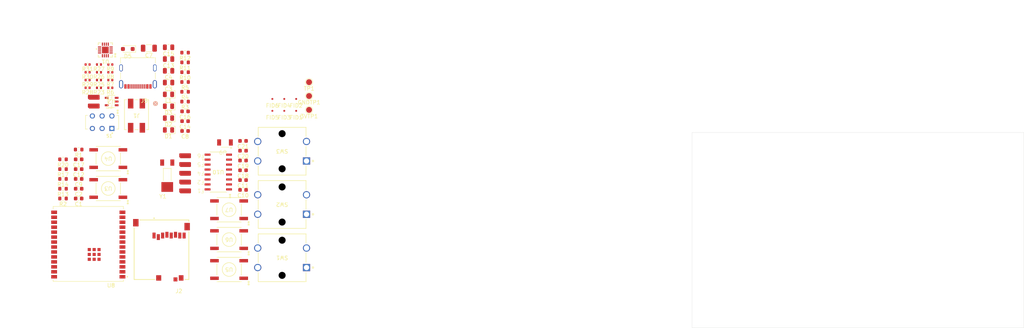
<source format=kicad_pcb>
(kicad_pcb (version 20241229) (generator "pcbnew") (generator_version "9.0")
  (layers (0 "F.Cu" signal) (2 "B.Cu" signal) (13 "F.Paste" user) (15 "B.Paste" user) (5 "F.SilkS" user "F.Silkscreen") (7 "B.SilkS" user "B.Silkscreen") (1 "F.Mask" user) (3 "B.Mask" user) (25 "Edge.Cuts" user))
  (net 0 "")
  (net 1 "3V3")
  (net 2 "MCU_EN")
  (net 3 "GND")
  (net 4 "Vsys")
  (net 5 "IO9")
  (net 6 "GPIO2")
  (net 7 "GPIO3")
  (net 8 "Net-(C12-Pad1)")
  (net 9 "Vbat")
  (net 10 "Vbus")
  (net 11 "/PWR/POWER_EN")
  (net 12 "Net-(C17-Pad1)")
  (net 13 "GPIO4")
  (net 14 "GPIO5")
  (net 15 "GPIO6")
  (net 16 "GPIO7")
  (net 17 "Net-(D1-A)")
  (net 18 "Net-(D2-A)")
  (net 19 "IO_CHG")
  (net 20 "Net-(D3-K)")
  (net 21 "Net-(D3-A)")
  (net 22 "SDA")
  (net 23 "SCL")
  (net 24 "Net-(F7-GOLDFINGER)")
  (net 25 "Net-(F8-GOLDFINGER)")
  (net 26 "Net-(J5-CC1_B)")
  (net 27 "D_N")
  (net 28 "Net-(J5-CC1_A)")
  (net 29 "D_P")
  (net 30 "Net-(U2-LX)")
  (net 31 "Net-(U8-IO8)")
  (net 32 "/PWR/TMR_CHR")
  (net 33 "/PWR/ISET_CHR")
  (net 34 "/PWR/TS_CHR")
  (net 35 "/PWR/ILIM_CHR")
  (net 36 "XTAL_P")
  (net 37 "XTAL_N")
  (net 38 "/PWR/TD_CHR")
  (net 39 "/PWR/EN1_CHR")
  (net 40 "/PWR/EN2_CHR")
  (net 41 "/PWR/CE_CHR")
  (net 44 "SCK")
  (net 46 "CS_SD")
  (net 47 "MOSI")
  (net 50 "MISO")
  (net 51 "CardDetect_SD")
  (footprint "Capacitor_SMD:C_0603_1608Metric" (layer "F.Cu") (at -70.615 55.175 180)
    (property "Reference" "C17" (at 0 -1.43 0) (layer "F.SilkS"))
    (property "Value" "12pF")
    (pad "1" smd roundrect (at -0.775 0 180) (size 0.9 0.95) (layers "F.Cu" "F.Mask" "F.Paste") (net 12 "Net-(C17-Pad1)"))
    (pad "2" smd roundrect (at 0.775 0 180) (size 0.9 0.95) (layers "F.Cu" "F.Mask" "F.Paste") (net 3 "GND"))
  )
  (footprint "Resistor_SMD:R_0402_1005Metric" (layer "F.Cu") (at -68.325 30.885 180)
    (property "Reference" "R31" (at 0 -1.17 0) (layer "F.SilkS"))
    (property "Value" "0R")
    (pad "1" smd roundrect (at -0.51 0 180) (size 0.54 0.64) (layers "F.Cu" "F.Mask" "F.Paste") (net 3 "GND"))
    (pad "2" smd roundrect (at 0.51 0 180) (size 0.54 0.64) (layers "F.Cu" "F.Mask" "F.Paste") (net 41 "/PWR/CE_CHR"))
  )
  (footprint "LED_SMD:LED_0805_2012Metric" (layer "F.Cu") (at -47.605 47.65 180)
    (property "Reference" "D1" (at 0 -1.65 0) (layer "F.SilkS"))
    (property "Value" "LED")
    (pad "1" smd roundrect (at -0.9375 0 180) (size 0.975 1.4) (layers "F.Cu" "F.Mask" "F.Paste") (net 3 "GND"))
    (pad "2" smd roundrect (at 0.9375 0 180) (size 0.975 1.4) (layers "F.Cu" "F.Mask" "F.Paste") (net 17 "Net-(D1-A)"))
  )
  (footprint "CommonLib_HORUS:GOLD_FINGERS" (layer "F.Cu") (at -43.35 58.755 180)
    (property "Reference" "F4" (at -4 0 180) (layer "F.SilkS") (effects (font (thickness 0.1))))
    (property "Value" "~")
    (pad "1" smd roundrect (at 0 0 180) (size 3 1.25) (property pad_prop_bga) (layers "F.Cu" "F.Mask" "F.Paste") (roundrect_rratio 0.15) (chamfer_ratio 0.25) (chamfer top_right) (net 19 "IO_CHG"))
  )
  (footprint "Capacitor_SMD:C_0603_1608Metric" (layer "F.Cu") (at -28.505 57.985 180)
    (property "Reference" "C18" (at 0 -1.43 0) (layer "F.SilkS"))
    (property "Value" "0.1uF")
    (pad "1" smd roundrect (at -0.775 0 180) (size 0.9 0.95) (layers "F.Cu" "F.Mask" "F.Paste") (net 13 "GPIO4"))
    (pad "2" smd roundrect (at 0.775 0 180) (size 0.9 0.95) (layers "F.Cu" "F.Mask" "F.Paste") (net 3 "GND"))
  )
  (footprint "Library:XTAL_MS1V-T1K-32.768KHZ-12.5PF-20PPM-TA-QC" (layer "F.Cu") (at -47.925 59.555 180)
    (property "Reference" "Y1" (at 1.125 -5.135 0) (layer "F.SilkS"))
    (property "Value" "MS1V-T1K-32.768KHZ-12.5PF-20PPM-TA-QC")
    (pad "1" smd rect (at -1.3 3.55 180) (size 1 1.6) (layers "F.Cu" "F.Mask" "F.Paste") (net 8 "Net-(C12-Pad1)"))
    (pad "2" smd rect (at 1.3 3.55 180) (size 1 1.6) (layers "F.Cu" "F.Mask" "F.Paste") (net 12 "Net-(C17-Pad1)"))
    (pad "S1" smd rect (at 0 -2.7 180) (size 3 2.5) (layers "F.Cu" "F.Mask" "F.Paste"))
  )
  (footprint "Library:CONN2_2059-302&slash_998-403_WAG" (layer "F.Cu") (at -55.800002 43.736657 180)
    (property "Reference" "J1" (at 0 -0.253144 180) (layer "F.SilkS"))
    (property "Value" "2060-1452/998-404")
    (pad "1" smd rect (at -1.500001 2.846855 180) (size 1.397 2.5) (layers "F.Cu" "F.Mask" "F.Paste") (net 3 "GND"))
    (pad "2" smd rect (at -1.500001 -3.353143 180) (size 1.397 2.5) (layers "F.Cu" "F.Mask" "F.Paste") (net 3 "GND"))
    (pad "3" smd rect (at 1.499998 2.846855 180) (size 1.397 2.5) (layers "F.Cu" "F.Mask" "F.Paste") (net 9 "Vbat"))
    (pad "4" smd rect (at 1.499998 -3.353143 180) (size 1.397 2.5) (layers "F.Cu" "F.Mask" "F.Paste") (net 9 "Vbat"))
  )
  (footprint "LED_SMD:LED_0805_2012Metric" (layer "F.Cu") (at -47.605 41.57 180)
    (property "Reference" "D3" (at 0 -1.65 0) (layer "F.SilkS"))
    (property "Value" "LED")
    (pad "1" smd roundrect (at -0.9375 0 180) (size 0.975 1.4) (layers "F.Cu" "F.Mask" "F.Paste") (net 20 "Net-(D3-K)"))
    (pad "2" smd roundrect (at 0.9375 0 180) (size 0.975 1.4) (layers "F.Cu" "F.Mask" "F.Paste") (net 21 "Net-(D3-A)"))
  )
  (footprint "Library:SWITCH_45SK43SMTR92LFS" (layer "F.Cu") (at -32.08 75.7378 180)
    (property "Reference" "U6" (at 0 0 180) (layer "F.SilkS"))
    (property "Value" "PTS645SK43SMTR92LFS")
    (fp_text user "*" (at -5 -3.5 0) (layer "F.SilkS"))
    (fp_text user "*" (at -5 -3.5 180) (layer "F.SilkS"))
    (pad "1" smd rect (at -3.7465 -2.250001 180) (size 2.2098 0.8636) (layers "F.Cu" "F.Mask" "F.Paste") (net 15 "GPIO6"))
    (pad "2" smd rect (at 3.7465 -2.250001 180) (size 2.2098 0.8636) (layers "F.Cu" "F.Mask" "F.Paste") (net 15 "GPIO6"))
    (pad "3" smd rect (at -3.7465 2.250001 180) (size 2.2098 0.8636) (layers "F.Cu" "F.Mask" "F.Paste") (net 3 "GND"))
    (pad "4" smd rect (at 3.7465 2.250001 180) (size 2.2098 0.8636) (layers "F.Cu" "F.Mask" "F.Paste") (net 3 "GND"))
  )
  (footprint "Capacitor_SMD:C_0805_2012Metric" (layer "F.Cu") (at -47.585 29.485 180)
    (property "Reference" "C13" (at 0 -1.68 0) (layer "F.SilkS"))
    (property "Value" "4.7uF")
    (pad "1" smd roundrect (at -0.95 0 180) (size 1 1.45) (layers "F.Cu" "F.Mask" "F.Paste") (net 9 "Vbat"))
    (pad "2" smd roundrect (at 0.95 0 180) (size 1 1.45) (layers "F.Cu" "F.Mask" "F.Paste") (net 3 "GND"))
  )
  (footprint "Resistor_SMD:R_0402_1005Metric" (layer "F.Cu") (at -65.415 30.885 180)
    (property "Reference" "R27" (at 0 -1.17 0) (layer "F.SilkS"))
    (property "Value" "0R")
    (pad "1" smd roundrect (at -0.51 0 180) (size 0.54 0.64) (layers "F.Cu" "F.Mask" "F.Paste") (net 3 "GND"))
    (pad "2" smd roundrect (at 0.51 0 180) (size 0.54 0.64) (layers "F.Cu" "F.Mask" "F.Paste") (net 39 "/PWR/EN1_CHR"))
  )
  (footprint "Resistor_SMD:R_0603_1608Metric" (layer "F.Cu") (at -43.355 35.365 180)
    (property "Reference" "R5" (at 0 -1.43 0) (layer "F.SilkS"))
    (property "Value" "1k")
    (pad "1" smd roundrect (at -0.825 0 180) (size 0.8 0.95) (layers "F.Cu" "F.Mask" "F.Paste") (net 4 "Vsys"))
    (pad "2" smd roundrect (at 0.825 0 180) (size 0.8 0.95) (layers "F.Cu" "F.Mask" "F.Paste") (net 21 "Net-(D3-A)"))
  )
  (footprint "Resistor_SMD:R_0603_1608Metric" (layer "F.Cu") (at -74.625 60.195 180)
    (property "Reference" "R14" (at 0 -1.43 0) (layer "F.SilkS"))
    (property "Value" "0R")
    (pad "1" smd roundrect (at -0.825 0 180) (size 0.8 0.95) (layers "F.Cu" "F.Mask" "F.Paste") (net 36 "XTAL_P"))
    (pad "2" smd roundrect (at 0.825 0 180) (size 0.8 0.95) (layers "F.Cu" "F.Mask" "F.Paste") (net 8 "Net-(C12-Pad1)"))
  )
  (footprint "Resistor_SMD:R_0402_1005Metric" (layer "F.Cu") (at -62.505 34.865 180)
    (property "Reference" "R7" (at 0 -1.17 0) (layer "F.SilkS"))
    (property "Value" "4.35k")
    (pad "1" smd roundrect (at -0.51 0 180) (size 0.54 0.64) (layers "F.Cu" "F.Mask" "F.Paste") (net 33 "/PWR/ISET_CHR"))
    (pad "2" smd roundrect (at 0.51 0 180) (size 0.54 0.64) (layers "F.Cu" "F.Mask" "F.Paste") (net 3 "GND"))
  )
  (footprint "TestPoint:TestPoint_Pad_D1.5mm" (layer "F.Cu") (at -11.595 38.955 180)
    (property "Reference" "GNDTP1" (at 0 -1.648 0) (layer "F.SilkS"))
    (property "Value" "TP")
    (pad "1" smd circle (at 0 0 180) (size 1.5 1.5) (layers "F.Cu" "F.Mask") (net 3 "GND"))
  )
  (footprint "Capacitor_SMD:C_0805_2012Metric" (layer "F.Cu") (at -47.585 26.475 180)
    (property "Reference" "C15" (at 0 -1.68 0) (layer "F.SilkS"))
    (property "Value" "4.7uF")
    (pad "1" smd roundrect (at -0.95 0 180) (size 1 1.45) (layers "F.Cu" "F.Mask" "F.Paste") (net 4 "Vsys"))
    (pad "2" smd roundrect (at 0.95 0 180) (size 1 1.45) (layers "F.Cu" "F.Mask" "F.Paste") (net 3 "GND"))
  )
  (footprint "Fiducial:Fiducial_0.5mm_Mask1.5mm" (layer "F.Cu") (at -20.995 39.705 180)
    (property "Reference" "FID6" (at 0 -1.7 0) (layer "F.SilkS"))
    (property "Value" "Fiducial")
    (pad "" smd circle (at 0 0 180) (size 0.5 0.5) (layers "F.Cu" "F.Mask") (clearance 0.6))
  )
  (footprint "LED_SMD:LED_0805_2012Metric" (layer "F.Cu") (at -47.605 38.53 180)
    (property "Reference" "L1" (at 0 -1.65 0) (layer "F.SilkS"))
    (property "Value" "4.7uH")
    (pad "1" smd roundrect (at -0.9375 0 180) (size 0.975 1.4) (layers "F.Cu" "F.Mask" "F.Paste") (net 30 "Net-(U2-LX)"))
    (pad "2" smd roundrect (at 0.9375 0 180) (size 0.975 1.4) (layers "F.Cu" "F.Mask" "F.Paste") (net 1 "3V3"))
  )
  (footprint "Resistor_SMD:R_0402_1005Metric" (layer "F.Cu") (at -65.415 32.875 180)
    (property "Reference" "R26" (at 0 -1.17 0) (layer "F.SilkS"))
    (property "Value" "0R")
    (pad "1" smd roundrect (at -0.51 0 180) (size 0.54 0.64) (layers "F.Cu" "F.Mask" "F.Paste") (net 39 "/PWR/EN1_CHR"))
    (pad "2" smd roundrect (at 0.51 0 180) (size 0.54 0.64) (layers "F.Cu" "F.Mask" "F.Paste") (net 4 "Vsys"))
  )
  (footprint "Resistor_SMD:R_0603_1608Metric" (layer "F.Cu") (at -70.615 52.665 180)
    (property "Reference" "R1" (at 0 -1.43 0) (layer "F.SilkS"))
    (property "Value" "10k")
    (pad "1" smd roundrect (at -0.825 0 180) (size 0.8 0.95) (layers "F.Cu" "F.Mask" "F.Paste") (net 2 "MCU_EN"))
    (pad "2" smd roundrect (at 0.825 0 180) (size 0.8 0.95) (layers "F.Cu" "F.Mask" "F.Paste") (net 1 "3V3"))
  )
  (footprint "Library:2425754-1_TEC" (layer "F.Cu") (at -12.2488 69.2462 180)
    (property "Reference" "SW2" (at 6.25 2.5 180) (layer "F.SilkS"))
    (property "Value" "2425754-1")
    (pad "" np_thru_hole circle (at 6.25 -2 180) (size 1.8034 1.8034) (drill 1.8034) (layers))
    (pad "" np_thru_hole circle (at 6.25 7 180) (size 1.8034 1.8034) (drill 1.8034) (layers))
    (pad "1" thru_hole rect (at 0 0 180) (size 1.8542 1.8542) (drill 1.3462) (layers "*.Cu" "*.Mask") (net 7 "GPIO3"))
    (pad "2" thru_hole circle (at 0 5 180) (size 1.8542 1.8542) (drill 1.3462) (layers "*.Cu" "*.Mask") (net 3 "GND"))
    (pad "3" thru_hole circle (at 12.5 5 180) (size 1.8542 1.8542) (drill 1.3462) (layers "*.Cu" "*.Mask") (net 3 "GND"))
    (pad "4" thru_hole circle (at 12.5 0 180) (size 1.8542 1.8542) (drill 1.3462) (layers "*.Cu" "*.Mask") (net 7 "GPIO3"))
  )
  (footprint "Capacitor_SMD:C_0603_1608Metric" (layer "F.Cu") (at -70.615 57.685 180)
    (property "Reference" "C12" (at 0 -1.43 0) (layer "F.SilkS"))
    (property "Value" "12pF")
    (pad "1" smd roundrect (at -0.775 0 180) (size 0.9 0.95) (layers "F.Cu" "F.Mask" "F.Paste") (net 8 "Net-(C12-Pad1)"))
    (pad "2" smd roundrect (at 0.775 0 180) (size 0.9 0.95) (layers "F.Cu" "F.Mask" "F.Paste") (net 3 "GND"))
  )
  (footprint "Capacitor_SMD:C_0603_1608Metric" (layer "F.Cu") (at -43.355 45.405 180)
    (property "Reference" "C14" (at 0 -1.43 0) (layer "F.SilkS"))
    (property "Value" "1uF")
    (pad "1" smd roundrect (at -0.775 0 180) (size 0.9 0.95) (layers "F.Cu" "F.Mask" "F.Paste") (net 10 "Vbus"))
    (pad "2" smd roundrect (at 0.775 0 180) (size 0.9 0.95) (layers "F.Cu" "F.Mask" "F.Paste") (net 3 "GND"))
  )
  (footprint "Resistor_SMD:R_0603_1608Metric" (layer "F.Cu") (at -43.355 32.855 180)
    (property "Reference" "R10" (at 0 -1.43 0) (layer "F.SilkS"))
    (property "Value" "100k")
    (pad "1" smd roundrect (at -0.825 0 180) (size 0.8 0.95) (layers "F.Cu" "F.Mask" "F.Paste") (net 11 "/PWR/POWER_EN"))
    (pad "2" smd roundrect (at 0.825 0 180) (size 0.8 0.95) (layers "F.Cu" "F.Mask" "F.Paste") (net 3 "GND"))
  )
  (footprint "Resistor_SMD:R_0402_1005Metric" (layer "F.Cu") (at -68.325 32.875 180)
    (property "Reference" "R30" (at 0 -1.17 0) (layer "F.SilkS"))
    (property "Value" "0R")
    (pad "1" smd roundrect (at -0.51 0 180) (size 0.54 0.64) (layers "F.Cu" "F.Mask" "F.Paste") (net 41 "/PWR/CE_CHR"))
    (pad "2" smd roundrect (at 0.51 0 180) (size 0.54 0.64) (layers "F.Cu" "F.Mask" "F.Paste") (net 4 "Vsys"))
  )
  (footprint "Resistor_SMD:R_0402_1005Metric" (layer "F.Cu") (at -62.505 36.855 180)
    (property "Reference" "R6" (at 0 -1.17 0) (layer "F.SilkS"))
    (property "Value" "0R")
    (pad "1" smd roundrect (at -0.51 0 180) (size 0.54 0.64) (layers "F.Cu" "F.Mask" "F.Paste") (net 32 "/PWR/TMR_CHR"))
    (pad "2" smd roundrect (at 0.51 0 180) (size 0.54 0.64) (layers "F.Cu" "F.Mask" "F.Paste") (net 3 "GND"))
  )
  (footprint "TestPoint:TestPoint_Pad_D1.5mm" (layer "F.Cu") (at -11.595 42.505 180)
    (property "Reference" "3VTP1" (at 0 -1.648 0) (layer "F.SilkS"))
    (property "Value" "TP")
    (pad "1" smd circle (at 0 0 180) (size 1.5 1.5) (layers "F.Cu" "F.Mask") (net 1 "3V3"))
  )
  (footprint "Resistor_SMD:R_0402_1005Metric" (layer "F.Cu") (at -62.505 30.885 180)
    (property "Reference" "R9" (at 0 -1.17 0) (layer "F.SilkS"))
    (property "Value" "0R")
    (pad "1" smd roundrect (at -0.51 0 180) (size 0.54 0.64) (layers "F.Cu" "F.Mask" "F.Paste") (net 35 "/PWR/ILIM_CHR"))
    (pad "2" smd roundrect (at 0.51 0 180) (size 0.54 0.64) (layers "F.Cu" "F.Mask" "F.Paste") (net 3 "GND"))
  )
  (footprint "Capacitor_SMD:C_0805_2012Metric" (layer "F.Cu") (at -47.585 32.495 180)
    (property "Reference" "C4" (at 0 -1.68 0) (layer "F.SilkS"))
    (property "Value" "4.7uF")
    (pad "1" smd roundrect (at -0.95 0 180) (size 1 1.45) (layers "F.Cu" "F.Mask" "F.Paste") (net 1 "3V3"))
    (pad "2" smd roundrect (at 0.95 0 180) (size 1 1.45) (layers "F.Cu" "F.Mask" "F.Paste") (net 3 "GND"))
  )
  (footprint "TestPoint:TestPoint_Pad_D1.5mm" (layer "F.Cu") (at -11.595 35.405 180)
    (property "Reference" "TP1" (at 0 -1.648 0) (layer "F.SilkS"))
    (property "Value" "TestPoint")
    (pad "1" smd circle (at 0 0 180) (size 1.5 1.5) (layers "F.Cu" "F.Mask"))
  )
  (footprint "Capacitor_SMD:C_0805_2012Metric" (layer "F.Cu") (at -47.585 35.505 180)
    (property "Reference" "C3" (at 0 -1.68 0) (layer "F.SilkS"))
    (property "Value" "4.7uF")
    (pad "1" smd roundrect (at -0.95 0 180) (size 1 1.45) (layers "F.Cu" "F.Mask" "F.Paste") (net 4 "Vsys"))
    (pad "2" smd roundrect (at 0.95 0 180) (size 1 1.45) (layers "F.Cu" "F.Mask" "F.Paste") (net 3 "GND"))
  )
  (footprint "Library:XCVR_ESP32-C6-WROOM-1U-N4" (layer "F.Cu") (at -68.15 76.845 180)
    (property "Reference" "U8" (at -5.825 -10.635 0) (layer "F.SilkS"))
    (property "Value" "ESP32-C6-WROOM-1U-N4")
    (pad "1" smd rect (at -8.75 -8.41 180) (size 1.5 0.9) (layers "F.Cu" "F.Mask" "F.Paste") (net 3 "GND"))
    (pad "2" smd rect (at -8.75 -7.14 180) (size 1.5 0.9) (layers "F.Cu" "F.Mask" "F.Paste") (net 1 "3V3"))
    (pad "3" smd rect (at -8.75 -5.87 180) (size 1.5 0.9) (layers "F.Cu" "F.Mask" "F.Paste") (net 2 "MCU_EN"))
    (pad "4" smd rect (at -8.75 -4.6 180) (size 1.5 0.9) (layers "F.Cu" "F.Mask" "F.Paste") (net 13 "GPIO4"))
    (pad "5" smd rect (at -8.75 -3.33 180) (size 1.5 0.9) (layers "F.Cu" "F.Mask" "F.Paste") (net 14 "GPIO5"))
    (pad "6" smd rect (at -8.75 -2.06 180) (size 1.5 0.9) (layers "F.Cu" "F.Mask" "F.Paste") (net 15 "GPIO6"))
    (pad "7" smd rect (at -8.75 -0.79 180) (size 1.5 0.9) (layers "F.Cu" "F.Mask" "F.Paste") (net 16 "GPIO7"))
    (pad "8" smd rect (at -8.75 0.48 180) (size 1.5 0.9) (layers "F.Cu" "F.Mask" "F.Paste") (net 37 "XTAL_N"))
    (pad "9" smd rect (at -8.75 1.75 180) (size 1.5 0.9) (layers "F.Cu" "F.Mask" "F.Paste") (net 36 "XTAL_P"))
    (pad "10" smd rect (at -8.75 3.02 180) (size 1.5 0.9) (layers "F.Cu" "F.Mask" "F.Paste") (net 31 "Net-(U8-IO8)"))
    (pad "11" smd rect (at -8.75 4.29 180) (size 1.5 0.9) (layers "F.Cu" "F.Mask" "F.Paste") (net 44 "SCK"))
    (pad "12" smd rect (at -8.75 5.56 180) (size 1.5 0.9) (layers "F.Cu" "F.Mask" "F.Paste"))
    (pad "13" smd rect (at -8.75 6.83 180) (size 1.5 0.9) (layers "F.Cu" "F.Mask" "F.Paste") (net 27 "D_N"))
    (pad "14" smd rect (at -8.75 8.1 180) (size 1.5 0.9) (layers "F.Cu" "F.Mask" "F.Paste") (net 29 "D_P"))
    (pad "15" smd rect (at 8.75 8.1 180) (size 1.5 0.9) (layers "F.Cu" "F.Mask" "F.Paste") (net 5 "IO9"))
    (pad "16" smd rect (at 8.75 6.83 180) (size 1.5 0.9) (layers "F.Cu" "F.Mask" "F.Paste") (net 50 "MISO"))
    (pad "17" smd rect (at 8.75 5.56 180) (size 1.5 0.9) (layers "F.Cu" "F.Mask" "F.Paste") (net 47 "MOSI"))
    (pad "18" smd rect (at 8.75 4.29 180) (size 1.5 0.9) (layers "F.Cu" "F.Mask" "F.Paste"))
    (pad "19" smd rect (at 8.75 3.02 180) (size 1.5 0.9) (layers "F.Cu" "F.Mask" "F.Paste") (net 51 "CardDetect_SD"))
    (pad "20" smd rect (at 8.75 1.75 180) (size 1.5 0.9) (layers "F.Cu" "F.Mask" "F.Paste") (net 46 "CS_SD"))
    (pad "21" smd rect (at 8.75 0.48 180) (size 1.5 0.9) (layers "F.Cu" "F.Mask" "F.Paste") (net 19 "IO_CHG"))
    (pad "22" smd rect (at 8.75 -0.79 180) (size 1.5 0.9) (layers "F.Cu" "F.Mask" "F.Paste"))
    (pad "23" smd rect (at 8.75 -2.06 180) (size 1.5 0.9) (layers "F.Cu" "F.Mask" "F.Paste"))
    (pad "24" smd rect (at 8.75 -3.33 180) (size 1.5 0.9) (layers "F.Cu" "F.Mask" "F.Paste") (net 22 "SDA"))
    (pad "25" smd rect (at 8.75 -4.6 180) (size 1.5 0.9) (layers "F.Cu" "F.Mask" "F.Paste") (net 23 "SCL"))
    (pad "26" smd rect (at 8.75 -5.87 180) (size 1.5 0.9) (layers "F.Cu" "F.Mask" "F.Paste") (net 7 "GPIO3"))
    (pad "27" smd rect (at 8.75 -7.14 180) (size 1.5 0.9) (layers "F.Cu" "F.Mask" "F.Paste") (net 6 "GPIO2"))
    (pad "28" smd rect (at 8.75 -8.41 180) (size 1.5 0.9) (layers "F.Cu" "F.Mask" "F.Paste") (net 3 "GND"))
    (pad "29_1" smd rect (at -2.755 -3.94 180) (size 0.8 0.8) (layers "F.Cu" "F.Mask" "F.Paste") (net 3 "GND"))
    (pad "29_2" smd rect (at -1.505 -3.94 180) (size 0.8 0.8) (layers "F.Cu" "F.Mask" "F.Paste") (net 3 "GND"))
    (pad "29_3" smd rect (at -0.255 -3.94 180) (size 0.8 0.8) (layers "F.Cu" "F.Mask" "F.Paste") (net 3 "GND"))
    (pad "29_4" smd rect (at -2.755 -2.69 180) (size 0.8 0.8) (layers "F.Cu" "F.Mask" "F.Paste") (net 3 "GND"))
    (pad "29_5" smd rect (at -1.505 -2.69 180) (size 0.8 0.8) (layers "F.Cu" "F.Mask" "F.Paste") (net 3 "GND"))
    (pad "29_6" smd rect (at -0.255 -2.69 180) (size 0.8 0.8) (layers "F.Cu" "F.Mask" "F.Paste") (net 3 "GND"))
    (pad "29_7" smd rect (at -2.755 -1.44 180) (size 0.8 0.8) (layers "F.Cu" "F.Mask" "F.Paste") (net 3 "GND"))
    (pad "29_8" smd rect (at -1.505 -1.44 180) (size 0.8 0.8) (layers "F.Cu" "F.Mask" "F.Paste") (net 3 "GND"))
    (pad "29_9" smd rect (at -0.255 -1.44 180) (size 0.8 0.8) (layers "F.Cu" "F.Mask" "F.Paste") (net 3 "GND"))
  )
  (footprint "Resistor_SMD:R_0603_1608Metric" (layer "F.Cu") (at -74.625 57.685 180)
    (property "Reference" "R17" (at 0 -1.43 0) (layer "F.SilkS"))
    (property "Value" "0R")
    (pad "1" smd roundrect (at -0.825 0 180) (size 0.8 0.95) (layers "F.Cu" "F.Mask" "F.Paste") (net 12 "Net-(C17-Pad1)"))
    (pad "2" smd roundrect (at 0.825 0 180) (size 0.8 0.95) (layers "F.Cu" "F.Mask" "F.Paste") (net 8 "Net-(C12-Pad1)"))
  )
  (footprint "Library:AMPHENOL_12402012E212A" (layer "F.Cu") (at -55.43 31.755 180)
    (property "Reference" "J5" (at -1.62 -8.405 0) (layer "F.SilkS"))
    (property "Value" "12402012E212A")
    (pad "" np_thru_hole circle (at -2.89 -3.68 180) (size 0.65 0.65) (drill 0.65) (layers "*.Cu" "*.Mask"))
    (pad "" np_thru_hole circle (at 2.89 -3.68 180) (size 0.65 0.65) (drill 0.65) (layers "*.Cu" "*.Mask"))
    (pad "A1_B12" smd rect (at -3.2 -4.75 180) (size 0.6 1.14) (layers "F.Cu" "F.Mask" "F.Paste") (net 3 "GND"))
    (pad "A4_B9" smd rect (at -2.4 -4.75 180) (size 0.6 1.14) (layers "F.Cu" "F.Mask" "F.Paste") (net 10 "Vbus"))
    (pad "A5" smd rect (at -1.25 -4.75 180) (size 0.3 1.14) (layers "F.Cu" "F.Mask" "F.Paste") (net 28 "Net-(J5-CC1_A)"))
    (pad "A6" smd rect (at -0.25 -4.75 180) (size 0.3 1.14) (layers "F.Cu" "F.Mask" "F.Paste") (net 29 "D_P"))
    (pad "A7" smd rect (at 0.25 -4.75 180) (size 0.3 1.14) (layers "F.Cu" "F.Mask" "F.Paste") (net 27 "D_N"))
    (pad "A8" smd rect (at 1.25 -4.75 180) (size 0.3 1.14) (layers "F.Cu" "F.Mask" "F.Paste") (net 25 "Net-(F8-GOLDFINGER)"))
    (pad "B1_A12" smd rect (at 3.2 -4.75 180) (size 0.6 1.14) (layers "F.Cu" "F.Mask" "F.Paste") (net 3 "GND"))
    (pad "B4_A9" smd rect (at 2.4 -4.75 180) (size 0.6 1.14) (layers "F.Cu" "F.Mask" "F.Paste") (net 10 "Vbus"))
    (pad "B5" smd rect (at 1.75 -4.75 180) (size 0.3 1.14) (layers "F.Cu" "F.Mask" "F.Paste") (net 26 "Net-(J5-CC1_B)"))
    (pad "B6" smd rect (at 0.75 -4.75 180) (size 0.3 1.14) (layers "F.Cu" "F.Mask" "F.Paste") (net 29 "D_P"))
    (pad "B7" smd rect (at -0.75 -4.75 180) (size 0.3 1.14) (layers "F.Cu" "F.Mask" "F.Paste") (net 27 "D_N"))
    (pad "B8" smd rect (at -1.75 -4.75 180) (size 0.3 1.14) (layers "F.Cu" "F.Mask" "F.Paste") (net 24 "Net-(F7-GOLDFINGER)"))
    (pad "SH1" thru_hole oval (at -4.32 -4.18 180) (size 1.05 2.1) (drill oval 0.6 1.7) (layers "*.Cu" "*.Mask") (net 3 "GND"))
    (pad "SH2" thru_hole oval (at 4.32 -4.18 180) (size 1.05 2.1) (drill oval 0.6 1.7) (layers "*.Cu" "*.Mask") (net 3 "GND"))
    (pad "SH3" thru_hole oval (at -4.32 0 180) (size 0.9 1.8) (drill oval 0.6 1.4) (layers "*.Cu" "*.Mask") (net 3 "GND"))
    (pad "SH4" thru_hole oval (at 4.32 0 180) (size 0.9 1.8) (drill oval 0.6 1.4) (layers "*.Cu" "*.Mask") (net 3 "GND"))
  )
  (footprint "Diode_SMD:D_SOD-323_HandSoldering" (layer "F.Cu") (at -58.03 26.905 180)
    (property "Reference" "D5" (at 0 -1.85 0) (layer "F.SilkS"))
    (property "Value" "D_TVS")
    (pad "1" smd roundrect (at -1.25 0 180) (size 1 1) (layers "F.Cu" "F.Mask" "F.Paste") (net 3 "GND"))
    (pad "2" smd roundrect (at 1.25 0 180) (size 1 1) (layers "F.Cu" "F.Mask" "F.Paste") (net 4 "Vsys"))
  )
  (footprint "Library:2425754-1_TEC" (layer "F.Cu") (at -12.2488 55.597 180)
    (property "Reference" "SW3" (at 6.25 2.5 180) (layer "F.SilkS"))
    (property "Value" "2425754-1")
    (pad "" np_thru_hole circle (at 6.25 -2 180) (size 1.8034 1.8034) (drill 1.8034) (layers))
    (pad "" np_thru_hole circle (at 6.25 7 180) (size 1.8034 1.8034) (drill 1.8034) (layers))
    (pad "1" thru_hole rect (at 0 0 180) (size 1.8542 1.8542) (drill 1.3462) (layers "*.Cu" "*.Mask") (net 13 "GPIO4"))
    (pad "2" thru_hole circle (at 0 5 180) (size 1.8542 1.8542) (drill 1.3462) (layers "*.Cu" "*.Mask") (net 3 "GND"))
    (pad "3" thru_hole circle (at 12.5 5 180) (size 1.8542 1.8542) (drill 1.3462) (layers "*.Cu" "*.Mask") (net 3 "GND"))
    (pad "4" thru_hole circle (at 12.5 0 180) (size 1.8542 1.8542) (drill 1.3462) (layers "*.Cu" "*.Mask") (net 13 "GPIO4"))
  )
  (footprint "Resistor_SMD:R_0402_1005Metric" (layer "F.Cu") (at -65.415 34.865 180)
    (property "Reference" "R25" (at 0 -1.17 0) (layer "F.SilkS"))
    (property "Value" "0R")
    (pad "1" smd roundrect (at -0.51 0 180) (size 0.54 0.64) (layers "F.Cu" "F.Mask" "F.Paste") (net 3 "GND"))
    (pad "2" smd roundrect (at 0.51 0 180) (size 0.54 0.64) (layers "F.Cu" "F.Mask" "F.Paste") (net 38 "/PWR/TD_CHR"))
  )
  (footprint "Capacitor_SMD:C_0603_1608Metric" (layer "F.Cu") (at -70.615 62.705 180)
    (property "Reference" "C2" (at 0 -1.43 0) (layer "F.SilkS"))
    (property "Value" "1uF")
    (pad "1" smd roundrect (at -0.775 0 180) (size 0.9 0.95) (layers "F.Cu" "F.Mask" "F.Paste") (net 2 "MCU_EN"))
    (pad "2" smd roundrect (at 0.775 0 180) (size 0.9 0.95) (layers "F.Cu" "F.Mask" "F.Paste") (net 3 "GND"))
  )
  (footprint "Fiducial:Fiducial_0.5mm_Mask1.5mm" (layer "F.Cu") (at -17.945 42.755 180)
    (property "Reference" "FID3" (at 0 -1.7 0) (layer "F.SilkS"))
    (property "Value" "Fiducial")
    (pad "" smd circle (at 0 0 180) (size 0.5 0.5) (layers "F.Cu" "F.Mask") (clearance 0.6))
  )
  (footprint "Capacitor_SMD:C_0603_1608Metric" (layer "F.Cu") (at -43.355 47.915 180)
    (property "Reference" "C8" (at 0 -1.43 0) (layer "F.SilkS"))
    (property "Value" "0.1uF")
    (pad "1" smd roundrect (at -0.775 0 180) (size 0.9 0.95) (layers "F.Cu" "F.Mask" "F.Paste") (net 1 "3V3"))
    (pad "2" smd roundrect (at 0.775 0 180) (size 0.9 0.95) (layers "F.Cu" "F.Mask" "F.Paste") (net 3 "GND"))
  )
  (footprint "CommonLib_HORUS:GOLD_FINGERS" (layer "F.Cu") (at -43.35 63.255 180)
    (property "Reference" "F1" (at -4 0 180) (layer "F.SilkS") (effects (font (thickness 0.1))))
    (property "Value" "~")
    (pad "1" smd roundrect (at 0 0 180) (size 3 1.25) (property pad_prop_bga) (layers "F.Cu" "F.Mask" "F.Paste") (roundrect_rratio 0.15) (chamfer_ratio 0.25) (chamfer top_right) (net 1 "3V3"))
  )
  (footprint "Fiducial:Fiducial_0.5mm_Mask1.5mm" (layer "F.Cu") (at -17.945 39.705 180)
    (property "Reference" "FID4" (at 0 -1.7 0) (layer "F.SilkS"))
    (property "Value" "Fiducial")
    (pad "" smd circle (at 0 0 180) (size 0.5 0.5) (layers "F.Cu" "F.Mask") (clearance 0.6))
  )
  (footprint "Resistor_SMD:R_0603_1608Metric" (layer "F.Cu") (at -43.355 37.875 180)
    (property "Reference" "R4" (at 0 -1.43 0) (layer "F.SilkS"))
    (property "Value" "1k")
    (pad "1" smd roundrect (at -0.825 0 180) (size 0.8 0.95) (layers "F.Cu" "F.Mask" "F.Paste") (net 4 "Vsys"))
    (pad "2" smd roundrect (at 0.825 0 180) (size 0.8 0.95) (layers "F.Cu" "F.Mask" "F.Paste") (net 18 "Net-(D2-A)"))
  )
  (footprint "Library:RGT16_1P7X1P7" (layer "F.Cu") (at -63.7802 27.1598 180)
    (property "Reference" "U1" (at 0 -3 180) (layer "F.SilkS"))
    (property "Value" "BQ24230RGTR")
    (fp_text user "*" (at -2.535 -1.381 0) (layer "F.SilkS"))
    (fp_text user "*" (at -2.535 -1.381 180) (layer "F.SilkS"))
    (pad "1" smd rect (at -1.475001 -0.750001 270) (size 0.28 0.85) (layers "F.Cu" "F.Mask") (net 34 "/PWR/TS_CHR"))
    (pad "2" smd rect (at -1.475001 -0.25 270) (size 0.28 0.85) (layers "F.Cu" "F.Mask") (net 9 "Vbat"))
    (pad "3" smd rect (at -1.475001 0.25 270) (size 0.28 0.85) (layers "F.Cu" "F.Mask") (net 9 "Vbat"))
    (pad "4" smd rect (at -1.475001 0.750001 270) (size 0.28 0.85) (layers "F.Cu" "F.Mask") (net 41 "/PWR/CE_CHR"))
    (pad "5" smd rect (at -0.750189 1.475001 180) (size 0.28 0.85) (layers "F.Cu" "F.Mask") (net 40 "/PWR/EN2_CHR"))
    (pad "6" smd rect (at -0.250063 1.475001 180) (size 0.28 0.85) (layers "F.Cu" "F.Mask") (net 39 "/PWR/EN1_CHR"))
    (pad "7" smd rect (at 0.250063 1.475001 180) (size 0.28 0.85) (layers "F.Cu" "F.Mask") (net 20 "Net-(D3-K)"))
    (pad "8" smd rect (at 0.750189 1.475001 180) (size 0.28 0.85) (layers "F.Cu" "F.Mask") (net 3 "GND"))
    (pad "9" smd rect (at 1.475001 0.750001 270) (size 0.28 0.85) (layers "F.Cu" "F.Mask") (net 19 "IO_CHG"))
    (pad "10" smd rect (at 1.475001 0.25 270) (size 0.28 0.85) (layers "F.Cu" "F.Mask") (net 4 "Vsys"))
    (pad "11" smd rect (at 1.475001 -0.25 270) (size 0.28 0.85) (layers "F.Cu" "F.Mask") (net 4 "Vsys"))
    (pad "12" smd rect (at 1.475001 -0.750001 270) (size 0.28 0.85) (layers "F.Cu" "F.Mask") (net 35 "/PWR/ILIM_CHR"))
    (pad "13" smd rect (at 0.750189 -1.475001 180) (size 0.28 0.85) (layers "F.Cu" "F.Mask") (net 10 "Vbus"))
    (pad "14" smd rect (at 0.250063 -1.475001 180) (size 0.28 0.85) (layers "F.Cu" "F.Mask") (net 32 "/PWR/TMR_CHR"))
    (pad "15" smd rect (at -0.250063 -1.475001 180) (size 0.28 0.85) (layers "F.Cu" "F.Mask") (net 38 "/PWR/TD_CHR"))
    (pad "16" smd rect (at -0.750189 -1.475001 180) (size 0.28 0.85) (layers "F.Cu" "F.Mask") (net 33 "/PWR/ISET_CHR"))
    (pad "17" smd rect (at 0 0 180) (size 1.7 1.7) (layers "F.Cu") (net 3 "GND"))
  )
  (footprint "Fiducial:Fiducial_0.5mm_Mask1.5mm" (layer "F.Cu") (at -14.895 42.755 180)
    (property "Reference" "FID1" (at 0 -1.7 0) (layer "F.SilkS"))
    (property "Value" "Fiducial")
    (pad "" smd circle (at 0 0 180) (size 0.5 0.5) (layers "F.Cu" "F.Mask") (clearance 0.6))
  )
  (footprint "Resistor_SMD:R_0402_1005Metric" (layer "F.Cu") (at -68.325 36.855 180)
    (property "Reference" "R28" (at 0 -1.17 0) (layer "F.SilkS"))
    (property "Value" "0R")
    (pad "1" smd roundrect (at -0.51 0 180) (size 0.54 0.64) (layers "F.Cu" "F.Mask" "F.Paste") (net 40 "/PWR/EN2_CHR"))
    (pad "2" smd roundrect (at 0.51 0 180) (size 0.54 0.64) (layers "F.Cu" "F.Mask" "F.Paste") (net 4 "Vsys"))
  )
  (footprint "Library:SW_EG1271A" (layer "F.Cu") (at -64.605 45.67 180)
    (property "Reference" "S1" (at -1.86 -3.508 0) (layer "F.SilkS") (effects (font (size 0.8 0.8))))
    (property "Value" "EG1271A")
    (pad "1" thru_hole rect (at -2.5 -1.6 180) (size 1.308 1.308) (drill 0.8) (layers "*.Cu" "*.Mask") (net 4 "Vsys"))
    (pad "2" thru_hole circle (at 0 -1.6 180) (size 1.308 1.308) (drill 0.8) (layers "*.Cu" "*.Mask") (net 11 "/PWR/POWER_EN"))
    (pad "3" thru_hole circle (at 2.5 -1.6 180) (size 1.308 1.308) (drill 0.8) (layers "*.Cu" "*.Mask") (net 3 "GND"))
    (pad "4" thru_hole circle (at -2.5 1.6 180) (size 1.308 1.308) (drill 0.8) (layers "*.Cu" "*.Mask") (net 4 "Vsys"))
    (pad "5" thru_hole circle (at 0 1.6 180) (size 1.308 1.308) (drill 0.8) (layers "*.Cu" "*.Mask") (net 11 "/PWR/POWER_EN"))
    (pad "6" thru_hole circle (at 2.5 1.6 180) (size 1.308 1.308) (drill 0.8) (layers "*.Cu" "*.Mask") (net 3 "GND"))
  )
  (footprint "Fiducial:Fiducial_0.5mm_Mask1.5mm" (layer "F.Cu") (at -20.995 42.755 180)
    (property "Reference" "FID5" (at 0 -1.7 0) (layer "F.SilkS"))
    (property "Value" "Fiducial")
    (pad "" smd circle (at 0 0 180) (size 0.5 0.5) (layers "F.Cu" "F.Mask") (clearance 0.6))
  )
  (footprint "LED_SMD:LED_0805_2012Metric" (layer "F.Cu") (at -47.605 44.61 180)
    (property "Reference" "D2" (at 0 -1.65 0) (layer "F.SilkS"))
    (property "Value" "LED")
    (pad "1" smd roundrect (at -0.9375 0 180) (size 0.975 1.4) (layers "F.Cu" "F.Mask" "F.Paste") (net 19 "IO_CHG"))
    (pad "2" smd roundrect (at 0.9375 0 180) (size 0.975 1.4) (layers "F.Cu" "F.Mask" "F.Paste") (net 18 "Net-(D2-A)"))
  )
  (footprint "Resistor_SMD:R_0402_1005Metric" (layer "F.Cu") (at -65.415 36.855 180)
    (property "Reference" "R23" (at 0 -1.17 0) (layer "F.SilkS"))
    (property "Value" "0R")
    (pad "1" smd roundrect (at -0.51 0 180) (size 0.54 0.64) (layers "F.Cu" "F.Mask" "F.Paste") (net 38 "/PWR/TD_CHR"))
    (pad "2" smd roundrect (at 0.51 0 180) (size 0.54 0.64) (layers "F.Cu" "F.Mask" "F.Paste") (net 4 "Vsys"))
  )
  (footprint "CommonLib_HORUS:GOLD_FINGERS" (layer "F.Cu") (at -43.35 61.005 180)
    (property "Reference" "F2" (at -4 0 180) (layer "F.SilkS") (effects (font (thickness 0.1))))
    (property "Value" "~")
    (pad "1" smd roundrect (at 0 0 180) (size 3 1.25) (property pad_prop_bga) (layers "F.Cu" "F.Mask" "F.Paste") (roundrect_rratio 0.15) (chamfer_ratio 0.25) (chamfer top_right) (net 3 "GND"))
  )
  (footprint "Library:SWITCH_45SK43SMTR92LFS" (layer "F.Cu") (at -63.03 62.6426 180)
    (property "Reference" "U3" (at 0 0 180) (layer "F.SilkS"))
    (property "Value" "PTS645SK43SMTR92LFS")
    (fp_text user "*" (at -5 -3.5 0) (layer "F.SilkS"))
    (fp_text user "*" (at -5 -3.5 180) (layer "F.SilkS"))
    (pad "1" smd rect (at -3.7465 -2.250001 180) (size 2.2098 0.8636) (layers "F.Cu" "F.Mask" "F.Paste") (net 2 "MCU_EN"))
    (pad "2" smd rect (at 3.7465 -2.250001 180) (size 2.2098 0.8636) (layers "F.Cu" "F.Mask" "F.Paste") (net 2 "MCU_EN"))
    (pad "3" smd rect (at -3.7465 2.250001 180) (size 2.2098 0.8636) (layers "F.Cu" "F.Mask" "F.Paste") (net 3 "GND"))
    (pad "4" smd rect (at 3.7465 2.250001 180) (size 2.2098 0.8636) (layers "F.Cu" "F.Mask" "F.Paste") (net 3 "GND"))
  )
  (footprint "CommonLib_HORUS:GOLD_FINGERS" (layer "F.Cu") (at -43.35 54.255 180)
    (property "Reference" "F6" (at -4 0 180) (layer "F.SilkS") (effects (font (thickness 0.1))))
    (property "Value" "~")
    (pad "1" smd roundrect (at 0 0 180) (size 3 1.25) (property pad_prop_bga) (layers "F.Cu" "F.Mask" "F.Paste") (roundrect_rratio 0.15) (chamfer_ratio 0.25) (chamfer top_right) (net 23 "SCL"))
  )
  (footprint "Library:SOIC_8403DR_DIO" (layer "F.Cu") (at -34.8454 58.426 180)
    (property "Reference" "U10" (at 0 0 180) (layer "F.SilkS"))
    (property "Value" "PAM8403DR")
    (fp_text user "*" (at -3.00355 -6.1468 0) (layer "F.SilkS"))
    (fp_text user "*" (at -3.00355 -6.1468 180) (layer "F.SilkS"))
    (pad "1" smd rect (at -2.74955 -4.445 180) (size 1.5113 0.5588) (layers "F.Cu" "F.Mask" "F.Paste"))
    (pad "2" smd rect (at -2.74955 -3.175 180) (size 1.5113 0.5588) (layers "F.Cu" "F.Mask" "F.Paste"))
    (pad "3" smd rect (at -2.74955 -1.905 180) (size 1.5113 0.5588) (layers "F.Cu" "F.Mask" "F.Paste"))
    (pad "4" smd rect (at -2.74955 -0.635 180) (size 1.5113 0.5588) (layers "F.Cu" "F.Mask" "F.Paste"))
    (pad "5" smd rect (at -2.74955 0.635 180) (size 1.5113 0.5588) (layers "F.Cu" "F.Mask" "F.Paste"))
    (pad "6" smd rect (at -2.74955 1.905 180) (size 1.5113 0.5588) (layers "F.Cu" "F.Mask" "F.Paste"))
    (pad "7" smd rect (at -2.74955 3.175 180) (size 1.5113 0.5588) (layers "F.Cu" "F.Mask" "F.Paste"))
    (pad "8" smd rect (at -2.74955 4.445 180) (size 1.5113 0.5588) (layers "F.Cu" "F.Mask" "F.Paste"))
    (pad "9" smd rect (at 2.74955 4.445 180) (size 1.5113 0.5588) (layers "F.Cu" "F.Mask" "F.Paste"))
    (pad "10" smd rect (at 2.74955 3.175 180) (size 1.5113 0.5588) (layers "F.Cu" "F.Mask" "F.Paste"))
    (pad "11" smd rect (at 2.74955 1.905 180) (size 1.5113 0.5588) (layers "F.Cu" "F.Mask" "F.Paste"))
    (pad "12" smd rect (at 2.74955 0.635 180) (size 1.5113 0.5588) (layers "F.Cu" "F.Mask" "F.Paste"))
    (pad "13" smd rect (at 2.74955 -0.635 180) (size 1.5113 0.5588) (layers "F.Cu" "F.Mask" "F.Paste"))
    (pad "14" smd rect (at 2.74955 -1.905 180) (size 1.5113 0.5588) (layers "F.Cu" "F.Mask" "F.Paste"))
    (pad "15" smd rect (at 2.74955 -3.175 180) (size 1.5113 0.5588) (layers "F.Cu" "F.Mask" "F.Paste"))
    (pad "16" smd rect (at 2.74955 -4.445 180) (size 1.5113 0.5588) (layers "F.Cu" "F.Mask" "F.Paste"))
  )
  (footprint "CommonLib_HORUS:GOLD_FINGERS" (layer "F.Cu") (at -43.35 56.505 180)
    (property "Reference" "F5" (at -4 0 180) (layer "F.SilkS") (effects (font (thickness 0.1))))
    (property "Value" "~")
    (pad "1" smd roundrect (at 0 0 180) (size 3 1.25) (property pad_prop_bga) (layers "F.Cu" "F.Mask" "F.Paste") (roundrect_rratio 0.15) (chamfer_ratio 0.25) (chamfer top_right) (net 22 "SDA"))
  )
  (footprint "CommonLib_HORUS:GOLD_FINGERS" (layer "F.Cu") (at -66.75 39.275 180)
    (property "Reference" "F8" (at -4 0 180) (layer "F.SilkS") (effects (font (thickness 0.1))))
    (property "Value" "~")
    (pad "1" smd roundrect (at 0 0 180) (size 3 1.25) (property pad_prop_bga) (layers "F.Cu" "F.Mask" "F.Paste") (roundrect_rratio 0.15) (chamfer_ratio 0.25) (chamfer top_right) (net 25 "Net-(F8-GOLDFINGER)"))
  )
  (footprint "Capacitor_SMD:C_0603_1608Metric" (layer "F.Cu") (at -70.615 65.215 180)
    (property "Reference" "C1" (at 0 -1.43 0) (layer "F.SilkS"))
    (property "Value" "0.1uF")
    (pad "1" smd roundrect (at -0.775 0 180) (size 0.9 0.95) (layers "F.Cu" "F.Mask" "F.Paste") (net 2 "MCU_EN"))
    (pad "2" smd roundrect (at 0.775 0 180) (size 0.9 0.95) (layers "F.Cu" "F.Mask" "F.Paste") (net 3 "GND"))
  )
  (footprint "Capacitor_SMD:C_0603_1608Metric" (layer "F.Cu") (at -28.505 60.495 180)
    (property "Reference" "C11" (at 0 -1.43 0) (layer "F.SilkS"))
    (property "Value" "0.1uF")
    (pad "1" smd roundrect (at -0.775 0 180) (size 0.9 0.95) (layers "F.Cu" "F.Mask" "F.Paste") (net 7 "GPIO3"))
    (pad "2" smd roundrect (at 0.775 0 180) (size 0.9 0.95) (layers "F.Cu" "F.Mask" "F.Paste") (net 3 "GND"))
  )
  (footprint "Library:SWITCH_45SK43SMTR92LFS" (layer "F.Cu") (at -32.08 83.3926 180)
    (property "Reference" "U5" (at 0 0 180) (layer "F.SilkS"))
    (property "Value" "PTS645SK43SMTR92LFS")
    (fp_text user "*" (at -5 -3.5 0) (layer "F.SilkS"))
    (fp_text user "*" (at -5 -3.5 180) (layer "F.SilkS"))
    (pad "1" smd rect (at -3.7465 -2.250001 180) (size 2.2098 0.8636) (layers "F.Cu" "F.Mask" "F.Paste") (net 14 "GPIO5"))
    (pad "2" smd rect (at 3.7465 -2.250001 180) (size 2.2098 0.8636) (layers "F.Cu" "F.Mask" "F.Paste") (net 14 "GPIO5"))
    (pad "3" smd rect (at -3.7465 2.250001 180) (size 2.2098 0.8636) (layers "F.Cu" "F.Mask" "F.Paste") (net 3 "GND"))
    (pad "4" smd rect (at 3.7465 2.250001 180) (size 2.2098 0.8636) (layers "F.Cu" "F.Mask" "F.Paste") (net 3 "GND"))
  )
  (footprint "Resistor_SMD:R_0402_1005Metric" (layer "F.Cu") (at -68.325 34.865 180)
    (property "Reference" "R29" (at 0 -1.17 0) (layer "F.SilkS"))
    (property "Value" "0R")
    (pad "1" smd roundrect (at -0.51 0 180) (size 0.54 0.64) (layers "F.Cu" "F.Mask" "F.Paste") (net 3 "GND"))
    (pad "2" smd roundrect (at 0.51 0 180) (size 0.54 0.64) (layers "F.Cu" "F.Mask" "F.Paste") (net 40 "/PWR/EN2_CHR"))
  )
  (footprint "Library:GCT_MEM2052-00-195-00-A_REVA" (layer "F.Cu") (at -49.4 78.33 180)
    (property "Reference" "J2" (at -4.45 -10.6 0) (layer "F.SilkS"))
    (property "Value" "MEM2052-00-195-00-A_REVA")
    (pad "G1" smd rect (at -6.575 5.925 180) (size 1.4 1.9) (layers "F.Cu" "F.Mask" "F.Paste") (net 3 "GND"))
    (pad "G2" smd rect (at 6.575 6.925 180) (size 1.4 1.9) (layers "F.Cu" "F.Mask" "F.Paste") (net 3 "GND"))
    (pad "G3" smd rect (at -5.035 -7.225 180) (size 1.2 1.4) (layers "F.Cu" "F.Mask" "F.Paste") (net 3 "GND"))
    (pad "G4" smd rect (at 0.715 -7.225 180) (size 1.3 1.4) (layers "F.Cu" "F.Mask" "F.Paste") (net 3 "GND"))
    (pad "P1" smd rect (at 1.905 3.635 180) (size 0.8 1.5) (layers "F.Cu" "F.Mask" "F.Paste"))
    (pad "P2" smd rect (at 0.805 3.235 180) (size 0.8 1.5) (layers "F.Cu" "F.Mask" "F.Paste") (net 46 "CS_SD"))
    (pad "P3" smd rect (at -0.295 3.635 180) (size 0.8 1.5) (layers "F.Cu" "F.Mask" "F.Paste") (net 47 "MOSI"))
    (pad "P4" smd rect (at -1.395 3.835 180) (size 0.8 1.5) (layers "F.Cu" "F.Mask" "F.Paste") (net 1 "3V3"))
    (pad "P5" smd rect (at -2.495 3.635 180) (size 0.8 1.5) (layers "F.Cu" "F.Mask" "F.Paste") (net 44 "SCK"))
    (pad "P6" smd rect (at -3.595 3.835 180) (size 0.8 1.5) (layers "F.Cu" "F.Mask" "F.Paste") (net 3 "GND"))
    (pad "P7" smd rect (at -4.695 3.635 180) (size 0.8 1.5) (layers "F.Cu" "F.Mask" "F.Paste") (net 50 "MISO"))
    (pad "P8" smd rect (at -5.795 3.635 180) (size 0.8 1.5) (layers "F.Cu" "F.Mask" "F.Paste"))
    (pad "P9" smd rect (at -3.585 -7.595 180) (size 1 1.04) (layers "F.Cu" "F.Mask" "F.Paste") (net 51 "CardDetect_SD"))
  )
  (footprint "Resistor_SMD:R_0603_1608Metric" (layer "F.Cu") (at -43.355 40.385 180)
    (property "Reference" "R3" (at 0 -1.43 0) (layer "F.SilkS"))
    (property "Value" "1k")
    (pad "1" smd roundrect (at -0.825 0 180) (size 0.8 0.95) (layers "F.Cu" "F.Mask" "F.Paste") (net 1 "3V3"))
    (pad "2" smd roundrect (at 0.825 0 180) (size 0.8 0.95) (layers "F.Cu" "F.Mask" "F.Paste") (net 17 "Net-(D1-A)"))
  )
  (footprint "Library:2425754-1_TEC" (layer "F.Cu") (at -12.2488 82.8954 180)
    (property "Reference" "SW1" (at 6.25 2.5 180) (layer "F.SilkS"))
    (property "Value" "2425754-1")
    (pad "" np_thru_hole circle (at 6.25 -2 180) (size 1.8034 1.8034) (drill 1.8034) (layers))
    (pad "" np_thru_hole circle (at 6.25 7 180) (size 1.8034 1.8034) (drill 1.8034) (layers))
    (pad "1" thru_hole rect (at 0 0 180) (size 1.8542 1.8542) (drill 1.3462) (layers "*.Cu" "*.Mask") (net 6 "GPIO2"))
    (pad "2" thru_hole circle (at 0 5 180) (size 1.8542 1.8542) (drill 1.3462) (layers "*.Cu" "*.Mask") (net 3 "GND"))
    (pad "3" thru_hole circle (at 12.5 5 180) (size 1.8542 1.8542) (drill 1.3462) (layers "*.Cu" "*.Mask") (net 3 "GND"))
    (pad "4" thru_hole circle (at 12.5 0 180) (size 1.8542 1.8542) (drill 1.3462) (layers "*.Cu" "*.Mask") (net 6 "GPIO2"))
  )
  (footprint "Capacitor_SMD:C_0603_1608Metric" (layer "F.Cu") (at -28.505 52.965 180)
    (property "Reference" "C20" (at 0 -1.43 0) (layer "F.SilkS"))
    (property "Value" "0.1uF")
    (pad "1" smd roundrect (at -0.775 0 180) (size 0.9 0.95) (layers "F.Cu" "F.Mask" "F.Paste") (net 15 "GPIO6"))
    (pad "2" smd roundrect (at 0.775 0 180) (size 0.9 0.95) (layers "F.Cu" "F.Mask" "F.Paste") (net 3 "GND"))
  )
  (footprint "CommonLib_HORUS:GOLD_FINGERS" (layer "F.Cu") (at -66.75 41.525 180)
    (property "Reference" "F7" (at -4 0 180) (layer "F.SilkS") (effects (font (thickness 0.1))))
    (property "Value" "~")
    (pad "1" smd roundrect (at 0 0 180) (size 3 1.25) (property pad_prop_bga) (layers "F.Cu" "F.Mask" "F.Paste") (roundrect_rratio 0.15) (chamfer_ratio 0.25) (chamfer top_right) (net 24 "Net-(F7-GOLDFINGER)"))
  )
  (footprint "Resistor_SMD:R_0603_1608Metric" (layer "F.Cu") (at -74.625 62.705 180)
    (property "Reference" "R13" (at 0 -1.43 0) (layer "F.SilkS"))
    (property "Value" "0R")
    (pad "1" smd roundrect (at -0.825 0 180) (size 0.8 0.95) (layers "F.Cu" "F.Mask" "F.Paste") (net 5 "IO9"))
    (pad "2" smd roundrect (at 0.825 0 180) (size 0.8 0.95) (layers "F.Cu" "F.Mask" "F.Paste") (net 1 "3V3"))
  )
  (footprint "Library:SPEAKER" (layer "F.Cu") (at -33.135 51.85 180)
    (property "Reference" "U9" (at 0.5 -1.5 180) (layer "F.SilkS") (effects (font (thickness 0.1))))
    (property "Value" "SPKM.36.8.B")
    (fp_text user "*" (at -2 0.5 180) (layer "F.SilkS") (effects (font (thickness 0.1)) (justify left bottom)))
    (pad "1" smd rect (at -1.5 1 180) (size 1 1.6) (layers "F.Cu" "F.Mask" "F.Paste"))
    (pad "2" smd rect (at 1.5 1 180) (size 1 1.6) (layers "F.Cu" "F.Mask" "F.Paste"))
  )
  (footprint "Capacitor_SMD:C_0603_1608Metric" (layer "F.Cu") (at -28.505 63.005 180)
    (property "Reference" "C10" (at 0 -1.43 0) (layer "F.SilkS"))
    (property "Value" "0.1uF")
    (pad "1" smd roundrect (at -0.775 0 180) (size 0.9 0.95) (layers "F.Cu" "F.Mask" "F.Paste") (net 6 "GPIO2"))
    (pad "2" smd roundrect (at 0.775 0 180) (size 0.9 0.95) (layers "F.Cu" "F.Mask" "F.Paste") (net 3 "GND"))
  )
  (footprint "Capacitor_SMD:C_0603_1608Metric" (layer "F.Cu") (at -70.615 60.195 180)
    (property "Reference" "C9" (at 0 -1.43 0) (layer "F.SilkS"))
    (property "Value" "0.1uF")
    (pad "1" smd roundrect (at -0.775 0 180) (size 0.9 0.95) (layers "F.Cu" "F.Mask" "F.Paste") (net 5 "IO9"))
    (pad "2" smd roundrect (at 0.775 0 180) (size 0.9 0.95) (layers "F.Cu" "F.Mask" "F.Paste") (net 3 "GND"))
  )
  (footprint "Capacitor_SMD:C_1206_3216Metric" (layer "F.Cu") (at -52.635 26.705 180)
    (property "Reference" "C7" (at 0 -1.85 0) (layer "F.SilkS"))
    (property "Value" "22uF")
    (pad "1" smd roundrect (at -1.475 0 180) (size 1.15 1.8) (layers "F.Cu" "F.Mask" "F.Paste") (roundrect_rratio 0.217391) (net 1 "3V3"))
    (pad "2" smd roundrect (at 1.475 0 180) (size 1.15 1.8) (layers "F.Cu" "F.Mask" "F.Paste") (roundrect_rratio 0.217391) (net 3 "GND"))
  )
  (footprint "Resistor_SMD:R_0603_1608Metric" (layer "F.Cu") (at -43.355 30.345 180)
    (property "Reference" "R11" (at 0 -1.43 0) (layer "F.SilkS"))
    (property "Value" "5k1")
    (pad "1" smd roundrect (at -0.825 0 180) (size 0.8 0.95) (layers "F.Cu" "F.Mask" "F.Paste") (net 26 "Net-(J5-CC1_B)"))
    (pad "2" smd roundrect (at 0.825 0 180) (size 0.8 0.95) (layers "F.Cu" "F.Mask" "F.Paste") (net 3 "GND"))
  )
  (footprint "Capacitor_SMD:C_0603_1608Metric" (layer "F.Cu") (at -28.505 50.455 180)
    (property "Reference" "C21" (at 0 -1.43 0) (layer "F.SilkS"))
    (property "Value" "0.1uF")
    (pad "1" smd roundrect (at -0.775 0 180) (size 0.9 0.95) (layers "F.Cu" "F.Mask" "F.Paste") (net 16 "GPIO7"))
    (pad "2" smd roundrect (at 0.775 0 180) (size 0.9 0.95) (layers "F.Cu" "F.Mask" "F.Paste") (net 3 "GND"))
  )
  (footprint "Fiducial:Fiducial_0.5mm_Mask1.5mm" (layer "F.Cu") (at -14.895 39.705 180)
    (property "Reference" "FID2" (at 0 -1.7 0) (layer "F.SilkS"))
    (property "Value" "Fiducial")
    (pad "" smd circle (at 0 0 180) (size 0.5 0.5) (layers "F.Cu" "F.Mask") (clearance 0.6))
  )
  (footprint "Library:TSOT5_MC_MCH" (layer "F.Cu") (at -62.1658 40.3698 180)
    (property "Reference" "U2" (at 0 0 180) (layer "F.SilkS"))
    (property "Value" "MCP1603T-330I/OS")
    (fp_text user "*" (at -1.5318 -2.601 180) (layer "F.SilkS"))
    (fp_text user "*" (at -1.5318 -2.601 0) (layer "F.SilkS"))
    (pad "1" smd rect (at -1.2778 -0.950001 180) (size 0.9556 0.508) (layers "F.Cu" "F.Mask" "F.Paste") (net 4 "Vsys"))
    (pad "2" smd rect (at -1.2778 0 180) (size 0.9556 0.508) (layers "F.Cu" "F.Mask" "F.Paste") (net 3 "GND"))
    (pad "3" smd rect (at -1.2778 0.950001 180) (size 0.9556 0.508) (layers "F.Cu" "F.Mask" "F.Paste") (net 11 "/PWR/POWER_EN"))
    (pad "4" smd rect (at 1.2778 0.950001 180) (size 0.9556 0.508) (layers "F.Cu" "F.Mask" "F.Paste") (net 1 "3V3"))
    (pad "5" smd rect (at 1.2778 -0.950001 180) (size 0.9556 0.508) (layers "F.Cu" "F.Mask" "F.Paste") (net 30 "Net-(U2-LX)"))
  )
  (footprint "Capacitor_SMD:C_0603_1608Metric" (layer "F.Cu") (at -28.505 55.475 180)
    (property "Reference" "C19" (at 0 -1.43 0) (layer "F.SilkS"))
    (property "Value" "0.1uF")
    (pad "1" smd roundrect (at -0.775 0 180) (size 0.9 0.95) (layers "F.Cu" "F.Mask" "F.Paste") (net 14 "GPIO5"))
    (pad "2" smd roundrect (at 0.775 0 180) (size 0.9 0.95) (layers "F.Cu" "F.Mask" "F.Paste") (net 3 "GND"))
  )
  (footprint "Resistor_SMD:R_0603_1608Metric" (layer "F.Cu") (at -43.355 27.835 180)
    (property "Reference" "R12" (at 0 -1.43 0) (layer "F.SilkS"))
    (property "Value" "5k1")
    (pad "1" smd roundrect (at -0.825 0 180) (size 0.8 0.95) (layers "F.Cu" "F.Mask" "F.Paste") (net 3 "GND"))
    (pad "2" smd roundrect (at 0.825 0 180) (size 0.8 0.95) (layers "F.Cu" "F.Mask" "F.Paste") (net 28 "Net-(J5-CC1_A)"))
  )
  (footprint "Resistor_SMD:R_0603_1608Metric" (layer "F.Cu") (at -74.625 55.175 180)
    (property "Reference" "R20" (at 0 -1.43 0) (layer "F.SilkS"))
    (property "Value" "0R")
    (pad "1" smd roundrect (at -0.825 0 180) (size 0.8 0.95) (layers "F.Cu" "F.Mask" "F.Paste") (net 37 "XTAL_N"))
    (pad "2" smd roundrect (at 0.825 0 180) (size 0.8 0.95) (layers "F.Cu" "F.Mask" "F.Paste") (net 12 "Net-(C17-Pad1)"))
  )
  (footprint "Capacitor_SMD:C_0603_1608Metric" (layer "F.Cu") (at -43.355 42.895 180)
    (property "Reference" "C16" (at 0 -1.43 0) (layer "F.SilkS"))
    (property "Value" "100n")
    (pad "1" smd roundrect (at -0.775 0 180) (size 0.9 0.95) (layers "F.Cu" "F.Mask" "F.Paste") (net 11 "/PWR/POWER_EN"))
    (pad "2" smd roundrect (at 0.775 0 180) (size 0.9 0.95) (layers "F.Cu" "F.Mask" "F.Paste") (net 3 "GND"))
  )
  (footprint "Library:SWITCH_45SK43SMTR92LFS" (layer "F.Cu") (at -63.03 54.9878 180)
    (property "Reference" "U4" (at 0 0 180) (layer "F.SilkS"))
    (property "Value" "PTS645SK43SMTR92LFS")
    (fp_text user "*" (at -5 -3.5 0) (layer "F.SilkS"))
    (fp_text user "*" (at -5 -3.5 180) (layer "F.SilkS"))
    (pad "1" smd rect (at -3.7465 -2.250001 180) (size 2.2098 0.8636) (layers "F.Cu" "F.Mask" "F.Paste") (net 5 "IO9"))
    (pad "2" smd rect (at 3.7465 -2.250001 180) (size 2.2098 0.8636) (layers "F.Cu" "F.Mask" "F.Paste") (net 5 "IO9"))
    (pad "3" smd rect (at -3.7465 2.250001 180) (size 2.2098 0.8636) (layers "F.Cu" "F.Mask" "F.Paste") (net 3 "GND"))
    (pad "4" smd rect (at 3.7465 2.250001 180) (size 2.2098 0.8636) (layers "F.Cu" "F.Mask" "F.Paste") (net 3 "GND"))
  )
  (footprint "Library:SWITCH_45SK43SMTR92LFS" (layer "F.Cu") (at -32.08 68.083 180)
    (property "Reference" "U7" (at 0 0 180) (layer "F.SilkS"))
    (property "Value" "PTS645SK43SMTR92LFS")
    (fp_text user "*" (at -5 -3.5 0) (layer "F.SilkS"))
    (fp_text user "*" (at -5 -3.5 180) (layer "F.SilkS"))
    (pad "1" smd rect (at -3.7465 -2.250001 180) (size 2.2098 0.8636) (layers "F.Cu" "F.Mask" "F.Paste") (net 16 "GPIO7"))
    (pad "2" smd rect (at 3.7465 -2.250001 180) (size 2.2098 0.8636) (layers "F.Cu" "F.Mask" "F.Paste") (net 16 "GPIO7"))
    (pad "3" smd rect (at -3.7465 2.250001 180) (size 2.2098 0.8636) (layers "F.Cu" "F.Mask" "F.Paste") (net 3 "GND"))
    (pad "4" smd rect (at 3.7465 2.250001 180) (size 2.2098 0.8636) (layers "F.Cu" "F.Mask" "F.Paste") (net 3 "GND"))
  )
  (footprint "Resistor_SMD:R_0402_1005Metric" (layer "F.Cu") (at -62.505 32.875 180)
    (property "Reference" "R8" (at 0 -1.17 0) (layer "F.SilkS"))
    (property "Value" "10k")
    (pad "1" smd roundrect (at -0.51 0 180) (size 0.54 0.64) (layers "F.Cu" "F.Mask" "F.Paste") (net 34 "/PWR/TS_CHR"))
    (pad "2" smd roundrect (at 0.51 0 180) (size 0.54 0.64) (layers "F.Cu" "F.Mask" "F.Paste") (net 3 "GND"))
  )
  (footprint "Resistor_SMD:R_0603_1608Metric" (layer "F.Cu") (at -74.625 65.215 180)
    (property "Reference" "R2" (at 0 -1.43 0) (layer "F.SilkS"))
    (property "Value" "10k")
    (pad "1" smd roundrect (at -0.825 0 180) (size 0.8 0.95) (layers "F.Cu" "F.Mask" "F.Paste") (net 31 "Net-(U8-IO8)"))
    (pad "2" smd roundrect (at 0.825 0 180) (size 0.8 0.95) (layers "F.Cu" "F.Mask" "F.Paste") (net 1 "3V3"))
  )
  (gr_rect (start 86.5 48.3) (end 171.5 98.3) (stroke (width 0.05)) (fill no) (layer "Edge.Cuts"))
)
</source>
